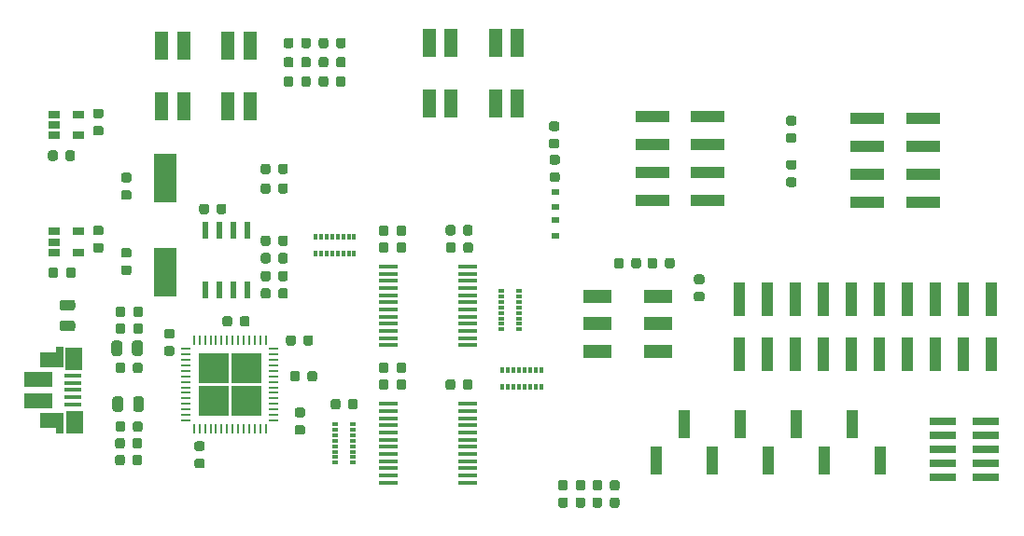
<source format=gbr>
G04 #@! TF.GenerationSoftware,KiCad,Pcbnew,5.1.6~rc1+dfsg1-1+b1*
G04 #@! TF.CreationDate,2020-05-08T22:32:15-07:00*
G04 #@! TF.ProjectId,board,626f6172-642e-46b6-9963-61645f706362,rev?*
G04 #@! TF.SameCoordinates,Original*
G04 #@! TF.FileFunction,Paste,Top*
G04 #@! TF.FilePolarity,Positive*
%FSLAX46Y46*%
G04 Gerber Fmt 4.6, Leading zero omitted, Abs format (unit mm)*
G04 Created by KiCad (PCBNEW 5.1.6~rc1+dfsg1-1+b1) date 2020-05-08 22:32:15*
%MOMM*%
%LPD*%
G01*
G04 APERTURE LIST*
%ADD10R,0.600000X1.550000*%
%ADD11R,0.340000X0.600000*%
%ADD12R,0.600000X0.340000*%
%ADD13O,1.000000X0.250000*%
%ADD14O,0.250000X1.000000*%
%ADD15R,2.800000X2.800000*%
%ADD16R,0.700000X0.600000*%
%ADD17R,2.000000X1.350000*%
%ADD18R,0.700000X1.825000*%
%ADD19R,1.500000X2.000000*%
%ADD20R,1.650000X0.400000*%
%ADD21R,2.500000X1.430000*%
%ADD22R,2.400000X0.740000*%
%ADD23R,1.000000X3.150000*%
%ADD24R,1.000000X2.510000*%
%ADD25R,3.150000X1.000000*%
%ADD26R,1.060000X0.650000*%
%ADD27R,1.750000X0.450000*%
%ADD28R,2.000000X4.500000*%
%ADD29R,1.200000X2.500000*%
%ADD30R,2.500000X1.200000*%
G04 APERTURE END LIST*
G36*
G01*
X157856250Y-89240000D02*
X157343750Y-89240000D01*
G75*
G02*
X157125000Y-89021250I0J218750D01*
G01*
X157125000Y-88583750D01*
G75*
G02*
X157343750Y-88365000I218750J0D01*
G01*
X157856250Y-88365000D01*
G75*
G02*
X158075000Y-88583750I0J-218750D01*
G01*
X158075000Y-89021250D01*
G75*
G02*
X157856250Y-89240000I-218750J0D01*
G01*
G37*
G36*
G01*
X157856250Y-90815000D02*
X157343750Y-90815000D01*
G75*
G02*
X157125000Y-90596250I0J218750D01*
G01*
X157125000Y-90158750D01*
G75*
G02*
X157343750Y-89940000I218750J0D01*
G01*
X157856250Y-89940000D01*
G75*
G02*
X158075000Y-90158750I0J-218750D01*
G01*
X158075000Y-90596250D01*
G75*
G02*
X157856250Y-90815000I-218750J0D01*
G01*
G37*
G36*
G01*
X157856250Y-93250000D02*
X157343750Y-93250000D01*
G75*
G02*
X157125000Y-93031250I0J218750D01*
G01*
X157125000Y-92593750D01*
G75*
G02*
X157343750Y-92375000I218750J0D01*
G01*
X157856250Y-92375000D01*
G75*
G02*
X158075000Y-92593750I0J-218750D01*
G01*
X158075000Y-93031250D01*
G75*
G02*
X157856250Y-93250000I-218750J0D01*
G01*
G37*
G36*
G01*
X157856250Y-94825000D02*
X157343750Y-94825000D01*
G75*
G02*
X157125000Y-94606250I0J218750D01*
G01*
X157125000Y-94168750D01*
G75*
G02*
X157343750Y-93950000I218750J0D01*
G01*
X157856250Y-93950000D01*
G75*
G02*
X158075000Y-94168750I0J-218750D01*
G01*
X158075000Y-94606250D01*
G75*
G02*
X157856250Y-94825000I-218750J0D01*
G01*
G37*
D10*
X104444800Y-104190800D03*
X105714800Y-104190800D03*
X106984800Y-104190800D03*
X108254800Y-104190800D03*
X108254800Y-98790800D03*
X106984800Y-98790800D03*
X105714800Y-98790800D03*
X104444800Y-98790800D03*
D11*
X117960400Y-100914000D03*
X117960400Y-99314000D03*
X117460400Y-100914000D03*
X117460400Y-99314000D03*
X116960400Y-100914000D03*
X116960400Y-99314000D03*
X116460400Y-100914000D03*
X116460400Y-99314000D03*
X115960400Y-100914000D03*
X115960400Y-99314000D03*
X115460400Y-100914000D03*
X115460400Y-99314000D03*
X114960400Y-100914000D03*
X114960400Y-99314000D03*
X114460400Y-100914000D03*
X114460400Y-99314000D03*
D12*
X116256000Y-119872000D03*
X117856000Y-119872000D03*
X116256000Y-119372000D03*
X117856000Y-119372000D03*
X116256000Y-118872000D03*
X117856000Y-118872000D03*
X116256000Y-118372000D03*
X117856000Y-118372000D03*
X116256000Y-117872000D03*
X117856000Y-117872000D03*
X116256000Y-117372000D03*
X117856000Y-117372000D03*
X116256000Y-116872000D03*
X117856000Y-116872000D03*
X116256000Y-116372000D03*
X117856000Y-116372000D03*
X131318000Y-107765600D03*
X132918000Y-107765600D03*
X131318000Y-107265600D03*
X132918000Y-107265600D03*
X131318000Y-106765600D03*
X132918000Y-106765600D03*
X131318000Y-106265600D03*
X132918000Y-106265600D03*
X131318000Y-105765600D03*
X132918000Y-105765600D03*
X131318000Y-105265600D03*
X132918000Y-105265600D03*
X131318000Y-104765600D03*
X132918000Y-104765600D03*
X131318000Y-104265600D03*
X132918000Y-104265600D03*
D11*
X134896800Y-113017200D03*
X134896800Y-111417200D03*
X134396800Y-113017200D03*
X134396800Y-111417200D03*
X133896800Y-113017200D03*
X133896800Y-111417200D03*
X133396800Y-113017200D03*
X133396800Y-111417200D03*
X132896800Y-113017200D03*
X132896800Y-111417200D03*
X132396800Y-113017200D03*
X132396800Y-111417200D03*
X131896800Y-113017200D03*
X131896800Y-111417200D03*
X131396800Y-113017200D03*
X131396800Y-111417200D03*
D13*
X102680000Y-109526000D03*
X102680000Y-110026000D03*
X102680000Y-110526000D03*
X102680000Y-111026000D03*
X102680000Y-111526000D03*
X102680000Y-112026000D03*
X102680000Y-112526000D03*
X102680000Y-113026000D03*
X102680000Y-113526000D03*
X102680000Y-114026000D03*
X102680000Y-114526000D03*
X102680000Y-115026000D03*
X102680000Y-115526000D03*
X102680000Y-116026000D03*
D14*
X103430000Y-116776000D03*
X103930000Y-116776000D03*
X104430000Y-116776000D03*
X104930000Y-116776000D03*
X105430000Y-116776000D03*
X105930000Y-116776000D03*
X106430000Y-116776000D03*
X106930000Y-116776000D03*
X107430000Y-116776000D03*
X107930000Y-116776000D03*
X108430000Y-116776000D03*
X108930000Y-116776000D03*
X109430000Y-116776000D03*
X109930000Y-116776000D03*
D13*
X110680000Y-116026000D03*
X110680000Y-115526000D03*
X110680000Y-115026000D03*
X110680000Y-114526000D03*
X110680000Y-114026000D03*
X110680000Y-113526000D03*
X110680000Y-113026000D03*
X110680000Y-112526000D03*
X110680000Y-112026000D03*
X110680000Y-111526000D03*
X110680000Y-111026000D03*
X110680000Y-110526000D03*
X110680000Y-110026000D03*
X110680000Y-109526000D03*
D14*
X109930000Y-108776000D03*
X109430000Y-108776000D03*
X108930000Y-108776000D03*
X108430000Y-108776000D03*
X107930000Y-108776000D03*
X107430000Y-108776000D03*
X106930000Y-108776000D03*
X106430000Y-108776000D03*
X105930000Y-108776000D03*
X105430000Y-108776000D03*
X104930000Y-108776000D03*
X104430000Y-108776000D03*
X103930000Y-108776000D03*
X103430000Y-108776000D03*
D15*
X105180000Y-111276000D03*
X105180000Y-114276000D03*
X108180000Y-111276000D03*
X108180000Y-114276000D03*
G36*
G01*
X98786500Y-107439750D02*
X98786500Y-107952250D01*
G75*
G02*
X98567750Y-108171000I-218750J0D01*
G01*
X98130250Y-108171000D01*
G75*
G02*
X97911500Y-107952250I0J218750D01*
G01*
X97911500Y-107439750D01*
G75*
G02*
X98130250Y-107221000I218750J0D01*
G01*
X98567750Y-107221000D01*
G75*
G02*
X98786500Y-107439750I0J-218750D01*
G01*
G37*
G36*
G01*
X97211500Y-107439750D02*
X97211500Y-107952250D01*
G75*
G02*
X96992750Y-108171000I-218750J0D01*
G01*
X96555250Y-108171000D01*
G75*
G02*
X96336500Y-107952250I0J218750D01*
G01*
X96336500Y-107439750D01*
G75*
G02*
X96555250Y-107221000I218750J0D01*
G01*
X96992750Y-107221000D01*
G75*
G02*
X97211500Y-107439750I0J-218750D01*
G01*
G37*
G36*
G01*
X98786500Y-105915750D02*
X98786500Y-106428250D01*
G75*
G02*
X98567750Y-106647000I-218750J0D01*
G01*
X98130250Y-106647000D01*
G75*
G02*
X97911500Y-106428250I0J218750D01*
G01*
X97911500Y-105915750D01*
G75*
G02*
X98130250Y-105697000I218750J0D01*
G01*
X98567750Y-105697000D01*
G75*
G02*
X98786500Y-105915750I0J-218750D01*
G01*
G37*
G36*
G01*
X97211500Y-105915750D02*
X97211500Y-106428250D01*
G75*
G02*
X96992750Y-106647000I-218750J0D01*
G01*
X96555250Y-106647000D01*
G75*
G02*
X96336500Y-106428250I0J218750D01*
G01*
X96336500Y-105915750D01*
G75*
G02*
X96555250Y-105697000I218750J0D01*
G01*
X96992750Y-105697000D01*
G75*
G02*
X97211500Y-105915750I0J-218750D01*
G01*
G37*
G36*
G01*
X111779700Y-109019050D02*
X111779700Y-108506550D01*
G75*
G02*
X111998450Y-108287800I218750J0D01*
G01*
X112435950Y-108287800D01*
G75*
G02*
X112654700Y-108506550I0J-218750D01*
G01*
X112654700Y-109019050D01*
G75*
G02*
X112435950Y-109237800I-218750J0D01*
G01*
X111998450Y-109237800D01*
G75*
G02*
X111779700Y-109019050I0J218750D01*
G01*
G37*
G36*
G01*
X113354700Y-109019050D02*
X113354700Y-108506550D01*
G75*
G02*
X113573450Y-108287800I218750J0D01*
G01*
X114010950Y-108287800D01*
G75*
G02*
X114229700Y-108506550I0J-218750D01*
G01*
X114229700Y-109019050D01*
G75*
G02*
X114010950Y-109237800I-218750J0D01*
G01*
X113573450Y-109237800D01*
G75*
G02*
X113354700Y-109019050I0J218750D01*
G01*
G37*
G36*
G01*
X97186000Y-116329750D02*
X97186000Y-116842250D01*
G75*
G02*
X96967250Y-117061000I-218750J0D01*
G01*
X96529750Y-117061000D01*
G75*
G02*
X96311000Y-116842250I0J218750D01*
G01*
X96311000Y-116329750D01*
G75*
G02*
X96529750Y-116111000I218750J0D01*
G01*
X96967250Y-116111000D01*
G75*
G02*
X97186000Y-116329750I0J-218750D01*
G01*
G37*
G36*
G01*
X98761000Y-116329750D02*
X98761000Y-116842250D01*
G75*
G02*
X98542250Y-117061000I-218750J0D01*
G01*
X98104750Y-117061000D01*
G75*
G02*
X97886000Y-116842250I0J218750D01*
G01*
X97886000Y-116329750D01*
G75*
G02*
X98104750Y-116111000I218750J0D01*
G01*
X98542250Y-116111000D01*
G75*
G02*
X98761000Y-116329750I0J-218750D01*
G01*
G37*
G36*
G01*
X97160500Y-117853750D02*
X97160500Y-118366250D01*
G75*
G02*
X96941750Y-118585000I-218750J0D01*
G01*
X96504250Y-118585000D01*
G75*
G02*
X96285500Y-118366250I0J218750D01*
G01*
X96285500Y-117853750D01*
G75*
G02*
X96504250Y-117635000I218750J0D01*
G01*
X96941750Y-117635000D01*
G75*
G02*
X97160500Y-117853750I0J-218750D01*
G01*
G37*
G36*
G01*
X98735500Y-117853750D02*
X98735500Y-118366250D01*
G75*
G02*
X98516750Y-118585000I-218750J0D01*
G01*
X98079250Y-118585000D01*
G75*
G02*
X97860500Y-118366250I0J218750D01*
G01*
X97860500Y-117853750D01*
G75*
G02*
X98079250Y-117635000I218750J0D01*
G01*
X98516750Y-117635000D01*
G75*
G02*
X98735500Y-117853750I0J-218750D01*
G01*
G37*
G36*
G01*
X97538250Y-101250000D02*
X97025750Y-101250000D01*
G75*
G02*
X96807000Y-101031250I0J218750D01*
G01*
X96807000Y-100593750D01*
G75*
G02*
X97025750Y-100375000I218750J0D01*
G01*
X97538250Y-100375000D01*
G75*
G02*
X97757000Y-100593750I0J-218750D01*
G01*
X97757000Y-101031250D01*
G75*
G02*
X97538250Y-101250000I-218750J0D01*
G01*
G37*
G36*
G01*
X97538250Y-102825000D02*
X97025750Y-102825000D01*
G75*
G02*
X96807000Y-102606250I0J218750D01*
G01*
X96807000Y-102168750D01*
G75*
G02*
X97025750Y-101950000I218750J0D01*
G01*
X97538250Y-101950000D01*
G75*
G02*
X97757000Y-102168750I0J-218750D01*
G01*
X97757000Y-102606250D01*
G75*
G02*
X97538250Y-102825000I-218750J0D01*
G01*
G37*
G36*
G01*
X97025750Y-93542500D02*
X97538250Y-93542500D01*
G75*
G02*
X97757000Y-93761250I0J-218750D01*
G01*
X97757000Y-94198750D01*
G75*
G02*
X97538250Y-94417500I-218750J0D01*
G01*
X97025750Y-94417500D01*
G75*
G02*
X96807000Y-94198750I0J218750D01*
G01*
X96807000Y-93761250D01*
G75*
G02*
X97025750Y-93542500I218750J0D01*
G01*
G37*
G36*
G01*
X97025750Y-95117500D02*
X97538250Y-95117500D01*
G75*
G02*
X97757000Y-95336250I0J-218750D01*
G01*
X97757000Y-95773750D01*
G75*
G02*
X97538250Y-95992500I-218750J0D01*
G01*
X97025750Y-95992500D01*
G75*
G02*
X96807000Y-95773750I0J218750D01*
G01*
X96807000Y-95336250D01*
G75*
G02*
X97025750Y-95117500I218750J0D01*
G01*
G37*
G36*
G01*
X101449850Y-108590500D02*
X100937350Y-108590500D01*
G75*
G02*
X100718600Y-108371750I0J218750D01*
G01*
X100718600Y-107934250D01*
G75*
G02*
X100937350Y-107715500I218750J0D01*
G01*
X101449850Y-107715500D01*
G75*
G02*
X101668600Y-107934250I0J-218750D01*
G01*
X101668600Y-108371750D01*
G75*
G02*
X101449850Y-108590500I-218750J0D01*
G01*
G37*
G36*
G01*
X101449850Y-110165500D02*
X100937350Y-110165500D01*
G75*
G02*
X100718600Y-109946750I0J218750D01*
G01*
X100718600Y-109509250D01*
G75*
G02*
X100937350Y-109290500I218750J0D01*
G01*
X101449850Y-109290500D01*
G75*
G02*
X101668600Y-109509250I0J-218750D01*
G01*
X101668600Y-109946750D01*
G75*
G02*
X101449850Y-110165500I-218750J0D01*
G01*
G37*
G36*
G01*
X112773750Y-114878500D02*
X113286250Y-114878500D01*
G75*
G02*
X113505000Y-115097250I0J-218750D01*
G01*
X113505000Y-115534750D01*
G75*
G02*
X113286250Y-115753500I-218750J0D01*
G01*
X112773750Y-115753500D01*
G75*
G02*
X112555000Y-115534750I0J218750D01*
G01*
X112555000Y-115097250D01*
G75*
G02*
X112773750Y-114878500I218750J0D01*
G01*
G37*
G36*
G01*
X112773750Y-116453500D02*
X113286250Y-116453500D01*
G75*
G02*
X113505000Y-116672250I0J-218750D01*
G01*
X113505000Y-117109750D01*
G75*
G02*
X113286250Y-117328500I-218750J0D01*
G01*
X112773750Y-117328500D01*
G75*
G02*
X112555000Y-117109750I0J218750D01*
G01*
X112555000Y-116672250D01*
G75*
G02*
X112773750Y-116453500I218750J0D01*
G01*
G37*
G36*
G01*
X113710300Y-112270250D02*
X113710300Y-111757750D01*
G75*
G02*
X113929050Y-111539000I218750J0D01*
G01*
X114366550Y-111539000D01*
G75*
G02*
X114585300Y-111757750I0J-218750D01*
G01*
X114585300Y-112270250D01*
G75*
G02*
X114366550Y-112489000I-218750J0D01*
G01*
X113929050Y-112489000D01*
G75*
G02*
X113710300Y-112270250I0J218750D01*
G01*
G37*
G36*
G01*
X112135300Y-112270250D02*
X112135300Y-111757750D01*
G75*
G02*
X112354050Y-111539000I218750J0D01*
G01*
X112791550Y-111539000D01*
G75*
G02*
X113010300Y-111757750I0J-218750D01*
G01*
X113010300Y-112270250D01*
G75*
G02*
X112791550Y-112489000I-218750J0D01*
G01*
X112354050Y-112489000D01*
G75*
G02*
X112135300Y-112270250I0J218750D01*
G01*
G37*
G36*
G01*
X103680550Y-117926500D02*
X104193050Y-117926500D01*
G75*
G02*
X104411800Y-118145250I0J-218750D01*
G01*
X104411800Y-118582750D01*
G75*
G02*
X104193050Y-118801500I-218750J0D01*
G01*
X103680550Y-118801500D01*
G75*
G02*
X103461800Y-118582750I0J218750D01*
G01*
X103461800Y-118145250D01*
G75*
G02*
X103680550Y-117926500I218750J0D01*
G01*
G37*
G36*
G01*
X103680550Y-119501500D02*
X104193050Y-119501500D01*
G75*
G02*
X104411800Y-119720250I0J-218750D01*
G01*
X104411800Y-120157750D01*
G75*
G02*
X104193050Y-120376500I-218750J0D01*
G01*
X103680550Y-120376500D01*
G75*
G02*
X103461800Y-120157750I0J218750D01*
G01*
X103461800Y-119720250D01*
G75*
G02*
X103680550Y-119501500I218750J0D01*
G01*
G37*
G36*
G01*
X107588800Y-107291850D02*
X107588800Y-106779350D01*
G75*
G02*
X107807550Y-106560600I218750J0D01*
G01*
X108245050Y-106560600D01*
G75*
G02*
X108463800Y-106779350I0J-218750D01*
G01*
X108463800Y-107291850D01*
G75*
G02*
X108245050Y-107510600I-218750J0D01*
G01*
X107807550Y-107510600D01*
G75*
G02*
X107588800Y-107291850I0J218750D01*
G01*
G37*
G36*
G01*
X106013800Y-107291850D02*
X106013800Y-106779350D01*
G75*
G02*
X106232550Y-106560600I218750J0D01*
G01*
X106670050Y-106560600D01*
G75*
G02*
X106888800Y-106779350I0J-218750D01*
G01*
X106888800Y-107291850D01*
G75*
G02*
X106670050Y-107510600I-218750J0D01*
G01*
X106232550Y-107510600D01*
G75*
G02*
X106013800Y-107291850I0J218750D01*
G01*
G37*
G36*
G01*
X105480700Y-97081050D02*
X105480700Y-96568550D01*
G75*
G02*
X105699450Y-96349800I218750J0D01*
G01*
X106136950Y-96349800D01*
G75*
G02*
X106355700Y-96568550I0J-218750D01*
G01*
X106355700Y-97081050D01*
G75*
G02*
X106136950Y-97299800I-218750J0D01*
G01*
X105699450Y-97299800D01*
G75*
G02*
X105480700Y-97081050I0J218750D01*
G01*
G37*
G36*
G01*
X103905700Y-97081050D02*
X103905700Y-96568550D01*
G75*
G02*
X104124450Y-96349800I218750J0D01*
G01*
X104561950Y-96349800D01*
G75*
G02*
X104780700Y-96568550I0J-218750D01*
G01*
X104780700Y-97081050D01*
G75*
G02*
X104561950Y-97299800I-218750J0D01*
G01*
X104124450Y-97299800D01*
G75*
G02*
X103905700Y-97081050I0J218750D01*
G01*
G37*
G36*
G01*
X91764500Y-92240250D02*
X91764500Y-91727750D01*
G75*
G02*
X91983250Y-91509000I218750J0D01*
G01*
X92420750Y-91509000D01*
G75*
G02*
X92639500Y-91727750I0J-218750D01*
G01*
X92639500Y-92240250D01*
G75*
G02*
X92420750Y-92459000I-218750J0D01*
G01*
X91983250Y-92459000D01*
G75*
G02*
X91764500Y-92240250I0J218750D01*
G01*
G37*
G36*
G01*
X90189500Y-92240250D02*
X90189500Y-91727750D01*
G75*
G02*
X90408250Y-91509000I218750J0D01*
G01*
X90845750Y-91509000D01*
G75*
G02*
X91064500Y-91727750I0J-218750D01*
G01*
X91064500Y-92240250D01*
G75*
G02*
X90845750Y-92459000I-218750J0D01*
G01*
X90408250Y-92459000D01*
G75*
G02*
X90189500Y-92240250I0J218750D01*
G01*
G37*
G36*
G01*
X90240500Y-102872250D02*
X90240500Y-102359750D01*
G75*
G02*
X90459250Y-102141000I218750J0D01*
G01*
X90896750Y-102141000D01*
G75*
G02*
X91115500Y-102359750I0J-218750D01*
G01*
X91115500Y-102872250D01*
G75*
G02*
X90896750Y-103091000I-218750J0D01*
G01*
X90459250Y-103091000D01*
G75*
G02*
X90240500Y-102872250I0J218750D01*
G01*
G37*
G36*
G01*
X91815500Y-102872250D02*
X91815500Y-102359750D01*
G75*
G02*
X92034250Y-102141000I218750J0D01*
G01*
X92471750Y-102141000D01*
G75*
G02*
X92690500Y-102359750I0J-218750D01*
G01*
X92690500Y-102872250D01*
G75*
G02*
X92471750Y-103091000I-218750J0D01*
G01*
X92034250Y-103091000D01*
G75*
G02*
X91815500Y-102872250I0J218750D01*
G01*
G37*
G36*
G01*
X94485750Y-98343000D02*
X94998250Y-98343000D01*
G75*
G02*
X95217000Y-98561750I0J-218750D01*
G01*
X95217000Y-98999250D01*
G75*
G02*
X94998250Y-99218000I-218750J0D01*
G01*
X94485750Y-99218000D01*
G75*
G02*
X94267000Y-98999250I0J218750D01*
G01*
X94267000Y-98561750D01*
G75*
G02*
X94485750Y-98343000I218750J0D01*
G01*
G37*
G36*
G01*
X94485750Y-99918000D02*
X94998250Y-99918000D01*
G75*
G02*
X95217000Y-100136750I0J-218750D01*
G01*
X95217000Y-100574250D01*
G75*
G02*
X94998250Y-100793000I-218750J0D01*
G01*
X94485750Y-100793000D01*
G75*
G02*
X94267000Y-100574250I0J218750D01*
G01*
X94267000Y-100136750D01*
G75*
G02*
X94485750Y-99918000I218750J0D01*
G01*
G37*
G36*
G01*
X94485750Y-87711000D02*
X94998250Y-87711000D01*
G75*
G02*
X95217000Y-87929750I0J-218750D01*
G01*
X95217000Y-88367250D01*
G75*
G02*
X94998250Y-88586000I-218750J0D01*
G01*
X94485750Y-88586000D01*
G75*
G02*
X94267000Y-88367250I0J218750D01*
G01*
X94267000Y-87929750D01*
G75*
G02*
X94485750Y-87711000I218750J0D01*
G01*
G37*
G36*
G01*
X94485750Y-89286000D02*
X94998250Y-89286000D01*
G75*
G02*
X95217000Y-89504750I0J-218750D01*
G01*
X95217000Y-89942250D01*
G75*
G02*
X94998250Y-90161000I-218750J0D01*
G01*
X94485750Y-90161000D01*
G75*
G02*
X94267000Y-89942250I0J218750D01*
G01*
X94267000Y-89504750D01*
G75*
G02*
X94485750Y-89286000I218750J0D01*
G01*
G37*
G36*
G01*
X121787500Y-100586250D02*
X121787500Y-100073750D01*
G75*
G02*
X122006250Y-99855000I218750J0D01*
G01*
X122443750Y-99855000D01*
G75*
G02*
X122662500Y-100073750I0J-218750D01*
G01*
X122662500Y-100586250D01*
G75*
G02*
X122443750Y-100805000I-218750J0D01*
G01*
X122006250Y-100805000D01*
G75*
G02*
X121787500Y-100586250I0J218750D01*
G01*
G37*
G36*
G01*
X120212500Y-100586250D02*
X120212500Y-100073750D01*
G75*
G02*
X120431250Y-99855000I218750J0D01*
G01*
X120868750Y-99855000D01*
G75*
G02*
X121087500Y-100073750I0J-218750D01*
G01*
X121087500Y-100586250D01*
G75*
G02*
X120868750Y-100805000I-218750J0D01*
G01*
X120431250Y-100805000D01*
G75*
G02*
X120212500Y-100586250I0J218750D01*
G01*
G37*
G36*
G01*
X120212500Y-113032250D02*
X120212500Y-112519750D01*
G75*
G02*
X120431250Y-112301000I218750J0D01*
G01*
X120868750Y-112301000D01*
G75*
G02*
X121087500Y-112519750I0J-218750D01*
G01*
X121087500Y-113032250D01*
G75*
G02*
X120868750Y-113251000I-218750J0D01*
G01*
X120431250Y-113251000D01*
G75*
G02*
X120212500Y-113032250I0J218750D01*
G01*
G37*
G36*
G01*
X121787500Y-113032250D02*
X121787500Y-112519750D01*
G75*
G02*
X122006250Y-112301000I218750J0D01*
G01*
X122443750Y-112301000D01*
G75*
G02*
X122662500Y-112519750I0J-218750D01*
G01*
X122662500Y-113032250D01*
G75*
G02*
X122443750Y-113251000I-218750J0D01*
G01*
X122006250Y-113251000D01*
G75*
G02*
X121787500Y-113032250I0J218750D01*
G01*
G37*
G36*
G01*
X128733000Y-100073750D02*
X128733000Y-100586250D01*
G75*
G02*
X128514250Y-100805000I-218750J0D01*
G01*
X128076750Y-100805000D01*
G75*
G02*
X127858000Y-100586250I0J218750D01*
G01*
X127858000Y-100073750D01*
G75*
G02*
X128076750Y-99855000I218750J0D01*
G01*
X128514250Y-99855000D01*
G75*
G02*
X128733000Y-100073750I0J-218750D01*
G01*
G37*
G36*
G01*
X127158000Y-100073750D02*
X127158000Y-100586250D01*
G75*
G02*
X126939250Y-100805000I-218750J0D01*
G01*
X126501750Y-100805000D01*
G75*
G02*
X126283000Y-100586250I0J218750D01*
G01*
X126283000Y-100073750D01*
G75*
G02*
X126501750Y-99855000I218750J0D01*
G01*
X126939250Y-99855000D01*
G75*
G02*
X127158000Y-100073750I0J-218750D01*
G01*
G37*
G36*
G01*
X127132500Y-112519750D02*
X127132500Y-113032250D01*
G75*
G02*
X126913750Y-113251000I-218750J0D01*
G01*
X126476250Y-113251000D01*
G75*
G02*
X126257500Y-113032250I0J218750D01*
G01*
X126257500Y-112519750D01*
G75*
G02*
X126476250Y-112301000I218750J0D01*
G01*
X126913750Y-112301000D01*
G75*
G02*
X127132500Y-112519750I0J-218750D01*
G01*
G37*
G36*
G01*
X128707500Y-112519750D02*
X128707500Y-113032250D01*
G75*
G02*
X128488750Y-113251000I-218750J0D01*
G01*
X128051250Y-113251000D01*
G75*
G02*
X127832500Y-113032250I0J218750D01*
G01*
X127832500Y-112519750D01*
G75*
G02*
X128051250Y-112301000I218750J0D01*
G01*
X128488750Y-112301000D01*
G75*
G02*
X128707500Y-112519750I0J-218750D01*
G01*
G37*
G36*
G01*
X139567300Y-123751050D02*
X139567300Y-123238550D01*
G75*
G02*
X139786050Y-123019800I218750J0D01*
G01*
X140223550Y-123019800D01*
G75*
G02*
X140442300Y-123238550I0J-218750D01*
G01*
X140442300Y-123751050D01*
G75*
G02*
X140223550Y-123969800I-218750J0D01*
G01*
X139786050Y-123969800D01*
G75*
G02*
X139567300Y-123751050I0J218750D01*
G01*
G37*
G36*
G01*
X141142300Y-123751050D02*
X141142300Y-123238550D01*
G75*
G02*
X141361050Y-123019800I218750J0D01*
G01*
X141798550Y-123019800D01*
G75*
G02*
X142017300Y-123238550I0J-218750D01*
G01*
X142017300Y-123751050D01*
G75*
G02*
X141798550Y-123969800I-218750J0D01*
G01*
X141361050Y-123969800D01*
G75*
G02*
X141142300Y-123751050I0J218750D01*
G01*
G37*
G36*
G01*
X139567300Y-122176250D02*
X139567300Y-121663750D01*
G75*
G02*
X139786050Y-121445000I218750J0D01*
G01*
X140223550Y-121445000D01*
G75*
G02*
X140442300Y-121663750I0J-218750D01*
G01*
X140442300Y-122176250D01*
G75*
G02*
X140223550Y-122395000I-218750J0D01*
G01*
X139786050Y-122395000D01*
G75*
G02*
X139567300Y-122176250I0J218750D01*
G01*
G37*
G36*
G01*
X141142300Y-122176250D02*
X141142300Y-121663750D01*
G75*
G02*
X141361050Y-121445000I218750J0D01*
G01*
X141798550Y-121445000D01*
G75*
G02*
X142017300Y-121663750I0J-218750D01*
G01*
X142017300Y-122176250D01*
G75*
G02*
X141798550Y-122395000I-218750J0D01*
G01*
X141361050Y-122395000D01*
G75*
G02*
X141142300Y-122176250I0J218750D01*
G01*
G37*
G36*
G01*
X110359243Y-92927330D02*
X110359243Y-93439830D01*
G75*
G02*
X110140493Y-93658580I-218750J0D01*
G01*
X109702993Y-93658580D01*
G75*
G02*
X109484243Y-93439830I0J218750D01*
G01*
X109484243Y-92927330D01*
G75*
G02*
X109702993Y-92708580I218750J0D01*
G01*
X110140493Y-92708580D01*
G75*
G02*
X110359243Y-92927330I0J-218750D01*
G01*
G37*
G36*
G01*
X111934243Y-92927330D02*
X111934243Y-93439830D01*
G75*
G02*
X111715493Y-93658580I-218750J0D01*
G01*
X111277993Y-93658580D01*
G75*
G02*
X111059243Y-93439830I0J218750D01*
G01*
X111059243Y-92927330D01*
G75*
G02*
X111277993Y-92708580I218750J0D01*
G01*
X111715493Y-92708580D01*
G75*
G02*
X111934243Y-92927330I0J-218750D01*
G01*
G37*
D16*
X136194800Y-97840800D03*
X136194800Y-99240800D03*
X136194800Y-96650000D03*
X136194800Y-95250000D03*
G36*
G01*
X97810500Y-109930250D02*
X97810500Y-109017750D01*
G75*
G02*
X98054250Y-108774000I243750J0D01*
G01*
X98541750Y-108774000D01*
G75*
G02*
X98785500Y-109017750I0J-243750D01*
G01*
X98785500Y-109930250D01*
G75*
G02*
X98541750Y-110174000I-243750J0D01*
G01*
X98054250Y-110174000D01*
G75*
G02*
X97810500Y-109930250I0J243750D01*
G01*
G37*
G36*
G01*
X95935500Y-109930250D02*
X95935500Y-109017750D01*
G75*
G02*
X96179250Y-108774000I243750J0D01*
G01*
X96666750Y-108774000D01*
G75*
G02*
X96910500Y-109017750I0J-243750D01*
G01*
X96910500Y-109930250D01*
G75*
G02*
X96666750Y-110174000I-243750J0D01*
G01*
X96179250Y-110174000D01*
G75*
G02*
X95935500Y-109930250I0J243750D01*
G01*
G37*
G36*
G01*
X96032500Y-115010250D02*
X96032500Y-114097750D01*
G75*
G02*
X96276250Y-113854000I243750J0D01*
G01*
X96763750Y-113854000D01*
G75*
G02*
X97007500Y-114097750I0J-243750D01*
G01*
X97007500Y-115010250D01*
G75*
G02*
X96763750Y-115254000I-243750J0D01*
G01*
X96276250Y-115254000D01*
G75*
G02*
X96032500Y-115010250I0J243750D01*
G01*
G37*
G36*
G01*
X97907500Y-115010250D02*
X97907500Y-114097750D01*
G75*
G02*
X98151250Y-113854000I243750J0D01*
G01*
X98638750Y-113854000D01*
G75*
G02*
X98882500Y-114097750I0J-243750D01*
G01*
X98882500Y-115010250D01*
G75*
G02*
X98638750Y-115254000I-243750J0D01*
G01*
X98151250Y-115254000D01*
G75*
G02*
X97907500Y-115010250I0J243750D01*
G01*
G37*
G36*
G01*
X91491750Y-105079500D02*
X92404250Y-105079500D01*
G75*
G02*
X92648000Y-105323250I0J-243750D01*
G01*
X92648000Y-105810750D01*
G75*
G02*
X92404250Y-106054500I-243750J0D01*
G01*
X91491750Y-106054500D01*
G75*
G02*
X91248000Y-105810750I0J243750D01*
G01*
X91248000Y-105323250D01*
G75*
G02*
X91491750Y-105079500I243750J0D01*
G01*
G37*
G36*
G01*
X91491750Y-106954500D02*
X92404250Y-106954500D01*
G75*
G02*
X92648000Y-107198250I0J-243750D01*
G01*
X92648000Y-107685750D01*
G75*
G02*
X92404250Y-107929500I-243750J0D01*
G01*
X91491750Y-107929500D01*
G75*
G02*
X91248000Y-107685750I0J243750D01*
G01*
X91248000Y-107198250D01*
G75*
G02*
X91491750Y-106954500I243750J0D01*
G01*
G37*
D17*
X90493000Y-116009000D03*
X90493000Y-110529000D03*
D18*
X91243000Y-110309000D03*
X91243000Y-116259000D03*
D19*
X92543000Y-110409000D03*
X92563000Y-116159000D03*
D20*
X92443000Y-111959000D03*
X92443000Y-112609000D03*
X92443000Y-113259000D03*
X92443000Y-113909000D03*
X92443000Y-114559000D03*
D21*
X89293000Y-112299000D03*
X89293000Y-114219000D03*
D22*
X171379600Y-116103400D03*
X175279600Y-116103400D03*
X171379600Y-117373400D03*
X175279600Y-117373400D03*
X171379600Y-118643400D03*
X175279600Y-118643400D03*
X171379600Y-119913400D03*
X175279600Y-119913400D03*
X171379600Y-121183400D03*
X175279600Y-121183400D03*
D23*
X152882600Y-110043200D03*
X152882600Y-104993200D03*
X155422600Y-110043200D03*
X155422600Y-104993200D03*
X157962600Y-110043200D03*
X157962600Y-104993200D03*
X160502600Y-110043200D03*
X160502600Y-104993200D03*
X163042600Y-110043200D03*
X163042600Y-104993200D03*
X165582600Y-110043200D03*
X165582600Y-104993200D03*
X168122600Y-110043200D03*
X168122600Y-104993200D03*
X170662600Y-110043200D03*
X170662600Y-104993200D03*
X173202600Y-110043200D03*
X173202600Y-104993200D03*
X175742600Y-110043200D03*
X175742600Y-104993200D03*
D24*
X145364200Y-119638000D03*
X150444200Y-119638000D03*
X155524200Y-119638000D03*
X160604200Y-119638000D03*
X165684200Y-119638000D03*
X147904200Y-116328000D03*
X152984200Y-116328000D03*
X158064200Y-116328000D03*
X163144200Y-116328000D03*
D25*
X164505400Y-88569800D03*
X169555400Y-88569800D03*
X164505400Y-91109800D03*
X169555400Y-91109800D03*
X164505400Y-93649800D03*
X169555400Y-93649800D03*
X164505400Y-96189800D03*
X169555400Y-96189800D03*
X144998200Y-88442800D03*
X150048200Y-88442800D03*
X144998200Y-90982800D03*
X150048200Y-90982800D03*
X144998200Y-93522800D03*
X150048200Y-93522800D03*
X144998200Y-96062800D03*
X150048200Y-96062800D03*
G36*
G01*
X98761000Y-110995750D02*
X98761000Y-111508250D01*
G75*
G02*
X98542250Y-111727000I-218750J0D01*
G01*
X98104750Y-111727000D01*
G75*
G02*
X97886000Y-111508250I0J218750D01*
G01*
X97886000Y-110995750D01*
G75*
G02*
X98104750Y-110777000I218750J0D01*
G01*
X98542250Y-110777000D01*
G75*
G02*
X98761000Y-110995750I0J-218750D01*
G01*
G37*
G36*
G01*
X97186000Y-110995750D02*
X97186000Y-111508250D01*
G75*
G02*
X96967250Y-111727000I-218750J0D01*
G01*
X96529750Y-111727000D01*
G75*
G02*
X96311000Y-111508250I0J218750D01*
G01*
X96311000Y-110995750D01*
G75*
G02*
X96529750Y-110777000I218750J0D01*
G01*
X96967250Y-110777000D01*
G75*
G02*
X97186000Y-110995750I0J-218750D01*
G01*
G37*
G36*
G01*
X97160500Y-119377750D02*
X97160500Y-119890250D01*
G75*
G02*
X96941750Y-120109000I-218750J0D01*
G01*
X96504250Y-120109000D01*
G75*
G02*
X96285500Y-119890250I0J218750D01*
G01*
X96285500Y-119377750D01*
G75*
G02*
X96504250Y-119159000I218750J0D01*
G01*
X96941750Y-119159000D01*
G75*
G02*
X97160500Y-119377750I0J-218750D01*
G01*
G37*
G36*
G01*
X98735500Y-119377750D02*
X98735500Y-119890250D01*
G75*
G02*
X98516750Y-120109000I-218750J0D01*
G01*
X98079250Y-120109000D01*
G75*
G02*
X97860500Y-119890250I0J218750D01*
G01*
X97860500Y-119377750D01*
G75*
G02*
X98079250Y-119159000I218750J0D01*
G01*
X98516750Y-119159000D01*
G75*
G02*
X98735500Y-119377750I0J-218750D01*
G01*
G37*
G36*
G01*
X111943500Y-99464150D02*
X111943500Y-99976650D01*
G75*
G02*
X111724750Y-100195400I-218750J0D01*
G01*
X111287250Y-100195400D01*
G75*
G02*
X111068500Y-99976650I0J218750D01*
G01*
X111068500Y-99464150D01*
G75*
G02*
X111287250Y-99245400I218750J0D01*
G01*
X111724750Y-99245400D01*
G75*
G02*
X111943500Y-99464150I0J-218750D01*
G01*
G37*
G36*
G01*
X110368500Y-99464150D02*
X110368500Y-99976650D01*
G75*
G02*
X110149750Y-100195400I-218750J0D01*
G01*
X109712250Y-100195400D01*
G75*
G02*
X109493500Y-99976650I0J218750D01*
G01*
X109493500Y-99464150D01*
G75*
G02*
X109712250Y-99245400I218750J0D01*
G01*
X110149750Y-99245400D01*
G75*
G02*
X110368500Y-99464150I0J-218750D01*
G01*
G37*
G36*
G01*
X111943700Y-104239350D02*
X111943700Y-104751850D01*
G75*
G02*
X111724950Y-104970600I-218750J0D01*
G01*
X111287450Y-104970600D01*
G75*
G02*
X111068700Y-104751850I0J218750D01*
G01*
X111068700Y-104239350D01*
G75*
G02*
X111287450Y-104020600I218750J0D01*
G01*
X111724950Y-104020600D01*
G75*
G02*
X111943700Y-104239350I0J-218750D01*
G01*
G37*
G36*
G01*
X110368700Y-104239350D02*
X110368700Y-104751850D01*
G75*
G02*
X110149950Y-104970600I-218750J0D01*
G01*
X109712450Y-104970600D01*
G75*
G02*
X109493700Y-104751850I0J218750D01*
G01*
X109493700Y-104239350D01*
G75*
G02*
X109712450Y-104020600I218750J0D01*
G01*
X110149950Y-104020600D01*
G75*
G02*
X110368700Y-104239350I0J-218750D01*
G01*
G37*
G36*
G01*
X111068500Y-103177050D02*
X111068500Y-102664550D01*
G75*
G02*
X111287250Y-102445800I218750J0D01*
G01*
X111724750Y-102445800D01*
G75*
G02*
X111943500Y-102664550I0J-218750D01*
G01*
X111943500Y-103177050D01*
G75*
G02*
X111724750Y-103395800I-218750J0D01*
G01*
X111287250Y-103395800D01*
G75*
G02*
X111068500Y-103177050I0J218750D01*
G01*
G37*
G36*
G01*
X109493500Y-103177050D02*
X109493500Y-102664550D01*
G75*
G02*
X109712250Y-102445800I218750J0D01*
G01*
X110149750Y-102445800D01*
G75*
G02*
X110368500Y-102664550I0J-218750D01*
G01*
X110368500Y-103177050D01*
G75*
G02*
X110149750Y-103395800I-218750J0D01*
G01*
X109712250Y-103395800D01*
G75*
G02*
X109493500Y-103177050I0J218750D01*
G01*
G37*
G36*
G01*
X110368700Y-101038950D02*
X110368700Y-101551450D01*
G75*
G02*
X110149950Y-101770200I-218750J0D01*
G01*
X109712450Y-101770200D01*
G75*
G02*
X109493700Y-101551450I0J218750D01*
G01*
X109493700Y-101038950D01*
G75*
G02*
X109712450Y-100820200I218750J0D01*
G01*
X110149950Y-100820200D01*
G75*
G02*
X110368700Y-101038950I0J-218750D01*
G01*
G37*
G36*
G01*
X111943700Y-101038950D02*
X111943700Y-101551450D01*
G75*
G02*
X111724950Y-101770200I-218750J0D01*
G01*
X111287450Y-101770200D01*
G75*
G02*
X111068700Y-101551450I0J218750D01*
G01*
X111068700Y-101038950D01*
G75*
G02*
X111287450Y-100820200I218750J0D01*
G01*
X111724950Y-100820200D01*
G75*
G02*
X111943700Y-101038950I0J-218750D01*
G01*
G37*
G36*
G01*
X138918300Y-123238550D02*
X138918300Y-123751050D01*
G75*
G02*
X138699550Y-123969800I-218750J0D01*
G01*
X138262050Y-123969800D01*
G75*
G02*
X138043300Y-123751050I0J218750D01*
G01*
X138043300Y-123238550D01*
G75*
G02*
X138262050Y-123019800I218750J0D01*
G01*
X138699550Y-123019800D01*
G75*
G02*
X138918300Y-123238550I0J-218750D01*
G01*
G37*
G36*
G01*
X137343300Y-123238550D02*
X137343300Y-123751050D01*
G75*
G02*
X137124550Y-123969800I-218750J0D01*
G01*
X136687050Y-123969800D01*
G75*
G02*
X136468300Y-123751050I0J218750D01*
G01*
X136468300Y-123238550D01*
G75*
G02*
X136687050Y-123019800I218750J0D01*
G01*
X137124550Y-123019800D01*
G75*
G02*
X137343300Y-123238550I0J-218750D01*
G01*
G37*
G36*
G01*
X137343300Y-121663750D02*
X137343300Y-122176250D01*
G75*
G02*
X137124550Y-122395000I-218750J0D01*
G01*
X136687050Y-122395000D01*
G75*
G02*
X136468300Y-122176250I0J218750D01*
G01*
X136468300Y-121663750D01*
G75*
G02*
X136687050Y-121445000I218750J0D01*
G01*
X137124550Y-121445000D01*
G75*
G02*
X137343300Y-121663750I0J-218750D01*
G01*
G37*
G36*
G01*
X138918300Y-121663750D02*
X138918300Y-122176250D01*
G75*
G02*
X138699550Y-122395000I-218750J0D01*
G01*
X138262050Y-122395000D01*
G75*
G02*
X138043300Y-122176250I0J218750D01*
G01*
X138043300Y-121663750D01*
G75*
G02*
X138262050Y-121445000I218750J0D01*
G01*
X138699550Y-121445000D01*
G75*
G02*
X138918300Y-121663750I0J-218750D01*
G01*
G37*
G36*
G01*
X111934243Y-94705330D02*
X111934243Y-95217830D01*
G75*
G02*
X111715493Y-95436580I-218750J0D01*
G01*
X111277993Y-95436580D01*
G75*
G02*
X111059243Y-95217830I0J218750D01*
G01*
X111059243Y-94705330D01*
G75*
G02*
X111277993Y-94486580I218750J0D01*
G01*
X111715493Y-94486580D01*
G75*
G02*
X111934243Y-94705330I0J-218750D01*
G01*
G37*
G36*
G01*
X110359243Y-94705330D02*
X110359243Y-95217830D01*
G75*
G02*
X110140493Y-95436580I-218750J0D01*
G01*
X109702993Y-95436580D01*
G75*
G02*
X109484243Y-95217830I0J218750D01*
G01*
X109484243Y-94705330D01*
G75*
G02*
X109702993Y-94486580I218750J0D01*
G01*
X110140493Y-94486580D01*
G75*
G02*
X110359243Y-94705330I0J-218750D01*
G01*
G37*
G36*
G01*
X120212500Y-111508250D02*
X120212500Y-110995750D01*
G75*
G02*
X120431250Y-110777000I218750J0D01*
G01*
X120868750Y-110777000D01*
G75*
G02*
X121087500Y-110995750I0J-218750D01*
G01*
X121087500Y-111508250D01*
G75*
G02*
X120868750Y-111727000I-218750J0D01*
G01*
X120431250Y-111727000D01*
G75*
G02*
X120212500Y-111508250I0J218750D01*
G01*
G37*
G36*
G01*
X121787500Y-111508250D02*
X121787500Y-110995750D01*
G75*
G02*
X122006250Y-110777000I218750J0D01*
G01*
X122443750Y-110777000D01*
G75*
G02*
X122662500Y-110995750I0J-218750D01*
G01*
X122662500Y-111508250D01*
G75*
G02*
X122443750Y-111727000I-218750J0D01*
G01*
X122006250Y-111727000D01*
G75*
G02*
X121787500Y-111508250I0J218750D01*
G01*
G37*
G36*
G01*
X121087500Y-98549750D02*
X121087500Y-99062250D01*
G75*
G02*
X120868750Y-99281000I-218750J0D01*
G01*
X120431250Y-99281000D01*
G75*
G02*
X120212500Y-99062250I0J218750D01*
G01*
X120212500Y-98549750D01*
G75*
G02*
X120431250Y-98331000I218750J0D01*
G01*
X120868750Y-98331000D01*
G75*
G02*
X121087500Y-98549750I0J-218750D01*
G01*
G37*
G36*
G01*
X122662500Y-98549750D02*
X122662500Y-99062250D01*
G75*
G02*
X122443750Y-99281000I-218750J0D01*
G01*
X122006250Y-99281000D01*
G75*
G02*
X121787500Y-99062250I0J218750D01*
G01*
X121787500Y-98549750D01*
G75*
G02*
X122006250Y-98331000I218750J0D01*
G01*
X122443750Y-98331000D01*
G75*
G02*
X122662500Y-98549750I0J-218750D01*
G01*
G37*
G36*
G01*
X118293500Y-114297750D02*
X118293500Y-114810250D01*
G75*
G02*
X118074750Y-115029000I-218750J0D01*
G01*
X117637250Y-115029000D01*
G75*
G02*
X117418500Y-114810250I0J218750D01*
G01*
X117418500Y-114297750D01*
G75*
G02*
X117637250Y-114079000I218750J0D01*
G01*
X118074750Y-114079000D01*
G75*
G02*
X118293500Y-114297750I0J-218750D01*
G01*
G37*
G36*
G01*
X116718500Y-114297750D02*
X116718500Y-114810250D01*
G75*
G02*
X116499750Y-115029000I-218750J0D01*
G01*
X116062250Y-115029000D01*
G75*
G02*
X115843500Y-114810250I0J218750D01*
G01*
X115843500Y-114297750D01*
G75*
G02*
X116062250Y-114079000I218750J0D01*
G01*
X116499750Y-114079000D01*
G75*
G02*
X116718500Y-114297750I0J-218750D01*
G01*
G37*
G36*
G01*
X127132500Y-98498950D02*
X127132500Y-99011450D01*
G75*
G02*
X126913750Y-99230200I-218750J0D01*
G01*
X126476250Y-99230200D01*
G75*
G02*
X126257500Y-99011450I0J218750D01*
G01*
X126257500Y-98498950D01*
G75*
G02*
X126476250Y-98280200I218750J0D01*
G01*
X126913750Y-98280200D01*
G75*
G02*
X127132500Y-98498950I0J-218750D01*
G01*
G37*
G36*
G01*
X128707500Y-98498950D02*
X128707500Y-99011450D01*
G75*
G02*
X128488750Y-99230200I-218750J0D01*
G01*
X128051250Y-99230200D01*
G75*
G02*
X127832500Y-99011450I0J218750D01*
G01*
X127832500Y-98498950D01*
G75*
G02*
X128051250Y-98280200I218750J0D01*
G01*
X128488750Y-98280200D01*
G75*
G02*
X128707500Y-98498950I0J-218750D01*
G01*
G37*
G36*
G01*
X141525000Y-102006250D02*
X141525000Y-101493750D01*
G75*
G02*
X141743750Y-101275000I218750J0D01*
G01*
X142181250Y-101275000D01*
G75*
G02*
X142400000Y-101493750I0J-218750D01*
G01*
X142400000Y-102006250D01*
G75*
G02*
X142181250Y-102225000I-218750J0D01*
G01*
X141743750Y-102225000D01*
G75*
G02*
X141525000Y-102006250I0J218750D01*
G01*
G37*
G36*
G01*
X143100000Y-102006250D02*
X143100000Y-101493750D01*
G75*
G02*
X143318750Y-101275000I218750J0D01*
G01*
X143756250Y-101275000D01*
G75*
G02*
X143975000Y-101493750I0J-218750D01*
G01*
X143975000Y-102006250D01*
G75*
G02*
X143756250Y-102225000I-218750J0D01*
G01*
X143318750Y-102225000D01*
G75*
G02*
X143100000Y-102006250I0J218750D01*
G01*
G37*
G36*
G01*
X136349450Y-91318900D02*
X135836950Y-91318900D01*
G75*
G02*
X135618200Y-91100150I0J218750D01*
G01*
X135618200Y-90662650D01*
G75*
G02*
X135836950Y-90443900I218750J0D01*
G01*
X136349450Y-90443900D01*
G75*
G02*
X136568200Y-90662650I0J-218750D01*
G01*
X136568200Y-91100150D01*
G75*
G02*
X136349450Y-91318900I-218750J0D01*
G01*
G37*
G36*
G01*
X136349450Y-89743900D02*
X135836950Y-89743900D01*
G75*
G02*
X135618200Y-89525150I0J218750D01*
G01*
X135618200Y-89087650D01*
G75*
G02*
X135836950Y-88868900I218750J0D01*
G01*
X136349450Y-88868900D01*
G75*
G02*
X136568200Y-89087650I0J-218750D01*
G01*
X136568200Y-89525150D01*
G75*
G02*
X136349450Y-89743900I-218750J0D01*
G01*
G37*
G36*
G01*
X135887750Y-93491900D02*
X136400250Y-93491900D01*
G75*
G02*
X136619000Y-93710650I0J-218750D01*
G01*
X136619000Y-94148150D01*
G75*
G02*
X136400250Y-94366900I-218750J0D01*
G01*
X135887750Y-94366900D01*
G75*
G02*
X135669000Y-94148150I0J218750D01*
G01*
X135669000Y-93710650D01*
G75*
G02*
X135887750Y-93491900I218750J0D01*
G01*
G37*
G36*
G01*
X135887750Y-91916900D02*
X136400250Y-91916900D01*
G75*
G02*
X136619000Y-92135650I0J-218750D01*
G01*
X136619000Y-92573150D01*
G75*
G02*
X136400250Y-92791900I-218750J0D01*
G01*
X135887750Y-92791900D01*
G75*
G02*
X135669000Y-92573150I0J218750D01*
G01*
X135669000Y-92135650D01*
G75*
G02*
X135887750Y-91916900I218750J0D01*
G01*
G37*
D26*
X90764000Y-98872000D03*
X90764000Y-99822000D03*
X90764000Y-100772000D03*
X92964000Y-100772000D03*
X92964000Y-98872000D03*
X92964000Y-88240000D03*
X92964000Y-90140000D03*
X90764000Y-90140000D03*
X90764000Y-89190000D03*
X90764000Y-88240000D03*
D27*
X121070000Y-102048000D03*
X121070000Y-102698000D03*
X121070000Y-103348000D03*
X121070000Y-103998000D03*
X121070000Y-104648000D03*
X121070000Y-105298000D03*
X121070000Y-105948000D03*
X121070000Y-106598000D03*
X121070000Y-107248000D03*
X121070000Y-107898000D03*
X121070000Y-108548000D03*
X121070000Y-109198000D03*
X128270000Y-109198000D03*
X128270000Y-108548000D03*
X128270000Y-107898000D03*
X128270000Y-107248000D03*
X128270000Y-106598000D03*
X128270000Y-105948000D03*
X128270000Y-105298000D03*
X128270000Y-104648000D03*
X128270000Y-103998000D03*
X128270000Y-103348000D03*
X128270000Y-102698000D03*
X128270000Y-102048000D03*
X128270000Y-114524000D03*
X128270000Y-115174000D03*
X128270000Y-115824000D03*
X128270000Y-116474000D03*
X128270000Y-117124000D03*
X128270000Y-117774000D03*
X128270000Y-118424000D03*
X128270000Y-119074000D03*
X128270000Y-119724000D03*
X128270000Y-120374000D03*
X128270000Y-121024000D03*
X128270000Y-121674000D03*
X121070000Y-121674000D03*
X121070000Y-121024000D03*
X121070000Y-120374000D03*
X121070000Y-119724000D03*
X121070000Y-119074000D03*
X121070000Y-118424000D03*
X121070000Y-117774000D03*
X121070000Y-117124000D03*
X121070000Y-116474000D03*
X121070000Y-115824000D03*
X121070000Y-115174000D03*
X121070000Y-114524000D03*
D28*
X100838000Y-102548000D03*
X100838000Y-94048000D03*
G36*
G01*
X117187500Y-84993750D02*
X117187500Y-85506250D01*
G75*
G02*
X116968750Y-85725000I-218750J0D01*
G01*
X116531250Y-85725000D01*
G75*
G02*
X116312500Y-85506250I0J218750D01*
G01*
X116312500Y-84993750D01*
G75*
G02*
X116531250Y-84775000I218750J0D01*
G01*
X116968750Y-84775000D01*
G75*
G02*
X117187500Y-84993750I0J-218750D01*
G01*
G37*
G36*
G01*
X115612500Y-84993750D02*
X115612500Y-85506250D01*
G75*
G02*
X115393750Y-85725000I-218750J0D01*
G01*
X114956250Y-85725000D01*
G75*
G02*
X114737500Y-85506250I0J218750D01*
G01*
X114737500Y-84993750D01*
G75*
G02*
X114956250Y-84775000I218750J0D01*
G01*
X115393750Y-84775000D01*
G75*
G02*
X115612500Y-84993750I0J-218750D01*
G01*
G37*
G36*
G01*
X115612500Y-83243750D02*
X115612500Y-83756250D01*
G75*
G02*
X115393750Y-83975000I-218750J0D01*
G01*
X114956250Y-83975000D01*
G75*
G02*
X114737500Y-83756250I0J218750D01*
G01*
X114737500Y-83243750D01*
G75*
G02*
X114956250Y-83025000I218750J0D01*
G01*
X115393750Y-83025000D01*
G75*
G02*
X115612500Y-83243750I0J-218750D01*
G01*
G37*
G36*
G01*
X117187500Y-83243750D02*
X117187500Y-83756250D01*
G75*
G02*
X116968750Y-83975000I-218750J0D01*
G01*
X116531250Y-83975000D01*
G75*
G02*
X116312500Y-83756250I0J218750D01*
G01*
X116312500Y-83243750D01*
G75*
G02*
X116531250Y-83025000I218750J0D01*
G01*
X116968750Y-83025000D01*
G75*
G02*
X117187500Y-83243750I0J-218750D01*
G01*
G37*
G36*
G01*
X117187500Y-81493750D02*
X117187500Y-82006250D01*
G75*
G02*
X116968750Y-82225000I-218750J0D01*
G01*
X116531250Y-82225000D01*
G75*
G02*
X116312500Y-82006250I0J218750D01*
G01*
X116312500Y-81493750D01*
G75*
G02*
X116531250Y-81275000I218750J0D01*
G01*
X116968750Y-81275000D01*
G75*
G02*
X117187500Y-81493750I0J-218750D01*
G01*
G37*
G36*
G01*
X115612500Y-81493750D02*
X115612500Y-82006250D01*
G75*
G02*
X115393750Y-82225000I-218750J0D01*
G01*
X114956250Y-82225000D01*
G75*
G02*
X114737500Y-82006250I0J218750D01*
G01*
X114737500Y-81493750D01*
G75*
G02*
X114956250Y-81275000I218750J0D01*
G01*
X115393750Y-81275000D01*
G75*
G02*
X115612500Y-81493750I0J-218750D01*
G01*
G37*
G36*
G01*
X111562500Y-85506250D02*
X111562500Y-84993750D01*
G75*
G02*
X111781250Y-84775000I218750J0D01*
G01*
X112218750Y-84775000D01*
G75*
G02*
X112437500Y-84993750I0J-218750D01*
G01*
X112437500Y-85506250D01*
G75*
G02*
X112218750Y-85725000I-218750J0D01*
G01*
X111781250Y-85725000D01*
G75*
G02*
X111562500Y-85506250I0J218750D01*
G01*
G37*
G36*
G01*
X113137500Y-85506250D02*
X113137500Y-84993750D01*
G75*
G02*
X113356250Y-84775000I218750J0D01*
G01*
X113793750Y-84775000D01*
G75*
G02*
X114012500Y-84993750I0J-218750D01*
G01*
X114012500Y-85506250D01*
G75*
G02*
X113793750Y-85725000I-218750J0D01*
G01*
X113356250Y-85725000D01*
G75*
G02*
X113137500Y-85506250I0J218750D01*
G01*
G37*
G36*
G01*
X113137500Y-83756250D02*
X113137500Y-83243750D01*
G75*
G02*
X113356250Y-83025000I218750J0D01*
G01*
X113793750Y-83025000D01*
G75*
G02*
X114012500Y-83243750I0J-218750D01*
G01*
X114012500Y-83756250D01*
G75*
G02*
X113793750Y-83975000I-218750J0D01*
G01*
X113356250Y-83975000D01*
G75*
G02*
X113137500Y-83756250I0J218750D01*
G01*
G37*
G36*
G01*
X111562500Y-83756250D02*
X111562500Y-83243750D01*
G75*
G02*
X111781250Y-83025000I218750J0D01*
G01*
X112218750Y-83025000D01*
G75*
G02*
X112437500Y-83243750I0J-218750D01*
G01*
X112437500Y-83756250D01*
G75*
G02*
X112218750Y-83975000I-218750J0D01*
G01*
X111781250Y-83975000D01*
G75*
G02*
X111562500Y-83756250I0J218750D01*
G01*
G37*
G36*
G01*
X111562500Y-82006250D02*
X111562500Y-81493750D01*
G75*
G02*
X111781250Y-81275000I218750J0D01*
G01*
X112218750Y-81275000D01*
G75*
G02*
X112437500Y-81493750I0J-218750D01*
G01*
X112437500Y-82006250D01*
G75*
G02*
X112218750Y-82225000I-218750J0D01*
G01*
X111781250Y-82225000D01*
G75*
G02*
X111562500Y-82006250I0J218750D01*
G01*
G37*
G36*
G01*
X113137500Y-82006250D02*
X113137500Y-81493750D01*
G75*
G02*
X113356250Y-81275000I218750J0D01*
G01*
X113793750Y-81275000D01*
G75*
G02*
X114012500Y-81493750I0J-218750D01*
G01*
X114012500Y-82006250D01*
G75*
G02*
X113793750Y-82225000I-218750J0D01*
G01*
X113356250Y-82225000D01*
G75*
G02*
X113137500Y-82006250I0J218750D01*
G01*
G37*
D29*
X100500000Y-82000000D03*
X100500000Y-87500000D03*
X102500000Y-82000000D03*
X102500000Y-87500000D03*
X106500000Y-82000000D03*
X106500000Y-87500000D03*
X108500000Y-82000000D03*
X108500000Y-87500000D03*
X132750000Y-87250000D03*
X132750000Y-81750000D03*
X130750000Y-87250000D03*
X130750000Y-81750000D03*
X126750000Y-87250000D03*
X126750000Y-81750000D03*
X124750000Y-87250000D03*
X124750000Y-81750000D03*
G36*
G01*
X147012500Y-101493750D02*
X147012500Y-102006250D01*
G75*
G02*
X146793750Y-102225000I-218750J0D01*
G01*
X146356250Y-102225000D01*
G75*
G02*
X146137500Y-102006250I0J218750D01*
G01*
X146137500Y-101493750D01*
G75*
G02*
X146356250Y-101275000I218750J0D01*
G01*
X146793750Y-101275000D01*
G75*
G02*
X147012500Y-101493750I0J-218750D01*
G01*
G37*
G36*
G01*
X145437500Y-101493750D02*
X145437500Y-102006250D01*
G75*
G02*
X145218750Y-102225000I-218750J0D01*
G01*
X144781250Y-102225000D01*
G75*
G02*
X144562500Y-102006250I0J218750D01*
G01*
X144562500Y-101493750D01*
G75*
G02*
X144781250Y-101275000I218750J0D01*
G01*
X145218750Y-101275000D01*
G75*
G02*
X145437500Y-101493750I0J-218750D01*
G01*
G37*
G36*
G01*
X149506250Y-105225000D02*
X148993750Y-105225000D01*
G75*
G02*
X148775000Y-105006250I0J218750D01*
G01*
X148775000Y-104568750D01*
G75*
G02*
X148993750Y-104350000I218750J0D01*
G01*
X149506250Y-104350000D01*
G75*
G02*
X149725000Y-104568750I0J-218750D01*
G01*
X149725000Y-105006250D01*
G75*
G02*
X149506250Y-105225000I-218750J0D01*
G01*
G37*
G36*
G01*
X149506250Y-103650000D02*
X148993750Y-103650000D01*
G75*
G02*
X148775000Y-103431250I0J218750D01*
G01*
X148775000Y-102993750D01*
G75*
G02*
X148993750Y-102775000I218750J0D01*
G01*
X149506250Y-102775000D01*
G75*
G02*
X149725000Y-102993750I0J-218750D01*
G01*
X149725000Y-103431250D01*
G75*
G02*
X149506250Y-103650000I-218750J0D01*
G01*
G37*
D30*
X140000000Y-109750000D03*
X145500000Y-109750000D03*
X140000000Y-107250000D03*
X145500000Y-107250000D03*
X140000000Y-104750000D03*
X145500000Y-104750000D03*
M02*

</source>
